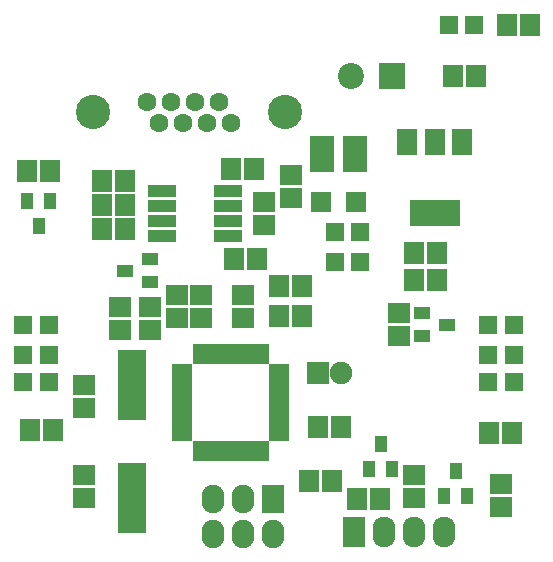
<source format=gbr>
G04 #@! TF.FileFunction,Soldermask,Top*
%FSLAX46Y46*%
G04 Gerber Fmt 4.6, Leading zero omitted, Abs format (unit mm)*
G04 Created by KiCad (PCBNEW 4.0.7-e2-6376~58~ubuntu14.04.1) date Sun Feb 11 14:12:52 2018*
%MOMM*%
%LPD*%
G01*
G04 APERTURE LIST*
%ADD10C,0.100000*%
%ADD11R,1.700480X1.898600*%
%ADD12R,1.898600X1.700480*%
%ADD13R,2.200000X2.200000*%
%ADD14C,2.200000*%
%ADD15R,1.900000X1.900000*%
%ADD16C,1.900000*%
%ADD17R,1.700480X1.799540*%
%ADD18R,1.598880X1.598880*%
%ADD19R,2.000200X3.092400*%
%ADD20R,1.924000X2.398980*%
%ADD21O,1.924000X2.398980*%
%ADD22R,1.924000X2.599640*%
%ADD23O,1.924000X2.599640*%
%ADD24C,1.598880*%
%ADD25C,2.899360*%
%ADD26R,1.400760X0.999440*%
%ADD27R,0.999440X1.400760*%
%ADD28R,1.700480X0.951180*%
%ADD29R,0.951180X1.700480*%
%ADD30R,1.700480X2.200860*%
%ADD31R,4.199840X2.200860*%
%ADD32R,2.398980X0.999440*%
%ADD33R,2.398980X5.899100*%
%ADD34R,1.600000X1.600000*%
G04 APERTURE END LIST*
D10*
D11*
X41211500Y-56134000D03*
X43116500Y-56134000D03*
D12*
X21336000Y-52641500D03*
X21336000Y-54546500D03*
X26924000Y-47942500D03*
X26924000Y-46037500D03*
D11*
X39814500Y-46736000D03*
X37909500Y-46736000D03*
D12*
X21336000Y-62166500D03*
X21336000Y-60261500D03*
D13*
X47470000Y-26416000D03*
D14*
X43970000Y-26416000D03*
D11*
X52641500Y-26416000D03*
X54546500Y-26416000D03*
X39814500Y-44196000D03*
X37909500Y-44196000D03*
D15*
X41164000Y-51562000D03*
D16*
X43164000Y-51562000D03*
D11*
X33845500Y-34290000D03*
X35750500Y-34290000D03*
D17*
X41475660Y-37084000D03*
X44376340Y-37084000D03*
D18*
X54389020Y-22098000D03*
X52290980Y-22098000D03*
X42638980Y-39624000D03*
X44737020Y-39624000D03*
X42638980Y-42164000D03*
X44737020Y-42164000D03*
D19*
X44323000Y-33020000D03*
X41529000Y-33020000D03*
D20*
X37338000Y-62235080D03*
D21*
X37338000Y-65272920D03*
X34798000Y-62235080D03*
X34798000Y-65272920D03*
X32258000Y-62235080D03*
X32258000Y-65272920D03*
D22*
X44196000Y-65024000D03*
D23*
X46736000Y-65024000D03*
X49276000Y-65024000D03*
X51816000Y-65024000D03*
D24*
X28704540Y-28646120D03*
X26675080Y-28646120D03*
X27688540Y-30426660D03*
X29718000Y-30426660D03*
X30734000Y-28646120D03*
X31747460Y-30426660D03*
X32763460Y-28646120D03*
X33776920Y-30426660D03*
D25*
X38346380Y-29535120D03*
X22105620Y-29535120D03*
D26*
X26964640Y-43878500D03*
X24851360Y-42926000D03*
X26964640Y-41973500D03*
D27*
X45529500Y-59730640D03*
X46482000Y-57617360D03*
X47434500Y-59730640D03*
X51879500Y-62016640D03*
X52832000Y-59903360D03*
X53784500Y-62016640D03*
D12*
X34798000Y-45021500D03*
X34798000Y-46926500D03*
D11*
X59118500Y-22098000D03*
X57213500Y-22098000D03*
D12*
X31242000Y-46926500D03*
X31242000Y-45021500D03*
X29210000Y-46926500D03*
X29210000Y-45021500D03*
D11*
X42354500Y-60706000D03*
X40449500Y-60706000D03*
D12*
X24384000Y-47942500D03*
X24384000Y-46037500D03*
D11*
X49339500Y-41402000D03*
X51244500Y-41402000D03*
X44513500Y-62230000D03*
X46418500Y-62230000D03*
X51244500Y-43688000D03*
X49339500Y-43688000D03*
X24828500Y-35306000D03*
X22923500Y-35306000D03*
X24828500Y-39370000D03*
X22923500Y-39370000D03*
D12*
X56642000Y-62928500D03*
X56642000Y-61023500D03*
X49276000Y-60261500D03*
X49276000Y-62166500D03*
D11*
X22923500Y-37338000D03*
X24828500Y-37338000D03*
X36004500Y-41910000D03*
X34099500Y-41910000D03*
D12*
X38862000Y-34861500D03*
X38862000Y-36766500D03*
X36576000Y-37147500D03*
X36576000Y-39052500D03*
D28*
X29682440Y-53703220D03*
X29682440Y-54500780D03*
X29682440Y-55300880D03*
X29682440Y-56100980D03*
X29682440Y-56901080D03*
X29682440Y-51302920D03*
X29682440Y-52103020D03*
X29682440Y-52903120D03*
D29*
X30982920Y-58201560D03*
X31783020Y-58201560D03*
X32583120Y-58201560D03*
X33383220Y-58201560D03*
X34180780Y-58201560D03*
X34980880Y-58201560D03*
X35780980Y-58201560D03*
X36581080Y-58201560D03*
D28*
X37881560Y-56901080D03*
X37881560Y-56100980D03*
X37881560Y-55300880D03*
X37881560Y-54500780D03*
X37881560Y-53703220D03*
X37881560Y-52903120D03*
X37881560Y-52103020D03*
X37881560Y-51302920D03*
D29*
X36581080Y-50002440D03*
X35780980Y-50002440D03*
X34980880Y-50002440D03*
X34180780Y-50002440D03*
X33383220Y-50002440D03*
X32583120Y-50002440D03*
X31783020Y-50002440D03*
X30982920Y-50002440D03*
D30*
X53355240Y-32052260D03*
X51054000Y-32052260D03*
X48752760Y-32052260D03*
D31*
X51054000Y-38051740D03*
D32*
X27940000Y-36195000D03*
X27940000Y-37465000D03*
X27940000Y-38735000D03*
X27940000Y-40005000D03*
X33528000Y-40005000D03*
X33528000Y-38735000D03*
X33528000Y-37465000D03*
X33528000Y-36195000D03*
D33*
X25400000Y-52654200D03*
X25400000Y-62153800D03*
D27*
X18478500Y-37043360D03*
X17526000Y-39156640D03*
X16573500Y-37043360D03*
D26*
X49997360Y-46545500D03*
X52110640Y-47498000D03*
X49997360Y-48450500D03*
D11*
X57594500Y-56642000D03*
X55689500Y-56642000D03*
X18452500Y-34500000D03*
X16547500Y-34500000D03*
X16827500Y-56388000D03*
X18732500Y-56388000D03*
D12*
X48006000Y-48450500D03*
X48006000Y-46545500D03*
D34*
X57742000Y-47498000D03*
X55542000Y-47498000D03*
X16172000Y-47498000D03*
X18372000Y-47498000D03*
X16172000Y-50038000D03*
X18372000Y-50038000D03*
X16172000Y-52324000D03*
X18372000Y-52324000D03*
X57742000Y-50038000D03*
X55542000Y-50038000D03*
X57742000Y-52324000D03*
X55542000Y-52324000D03*
M02*

</source>
